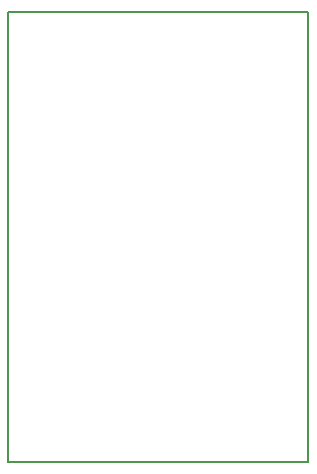
<source format=gm1>
G04 #@! TF.GenerationSoftware,KiCad,Pcbnew,(5.0.2)-1*
G04 #@! TF.CreationDate,2019-01-20T10:13:28-05:00*
G04 #@! TF.ProjectId,motorDriverCard,6d6f746f-7244-4726-9976-657243617264,rev?*
G04 #@! TF.SameCoordinates,Original*
G04 #@! TF.FileFunction,Profile,NP*
%FSLAX46Y46*%
G04 Gerber Fmt 4.6, Leading zero omitted, Abs format (unit mm)*
G04 Created by KiCad (PCBNEW (5.0.2)-1) date 1/20/2019 10:13:28 AM*
%MOMM*%
%LPD*%
G01*
G04 APERTURE LIST*
%ADD10C,0.150000*%
G04 APERTURE END LIST*
D10*
X0Y-38100000D02*
X25400000Y-38100000D01*
X25400000Y-38100000D02*
X25400000Y-25400000D01*
X0Y-25400000D02*
X0Y-38100000D01*
X25400000Y0D02*
X25400000Y-25400000D01*
X0Y0D02*
X0Y-25400000D01*
X0Y0D02*
X25400000Y0D01*
M02*

</source>
